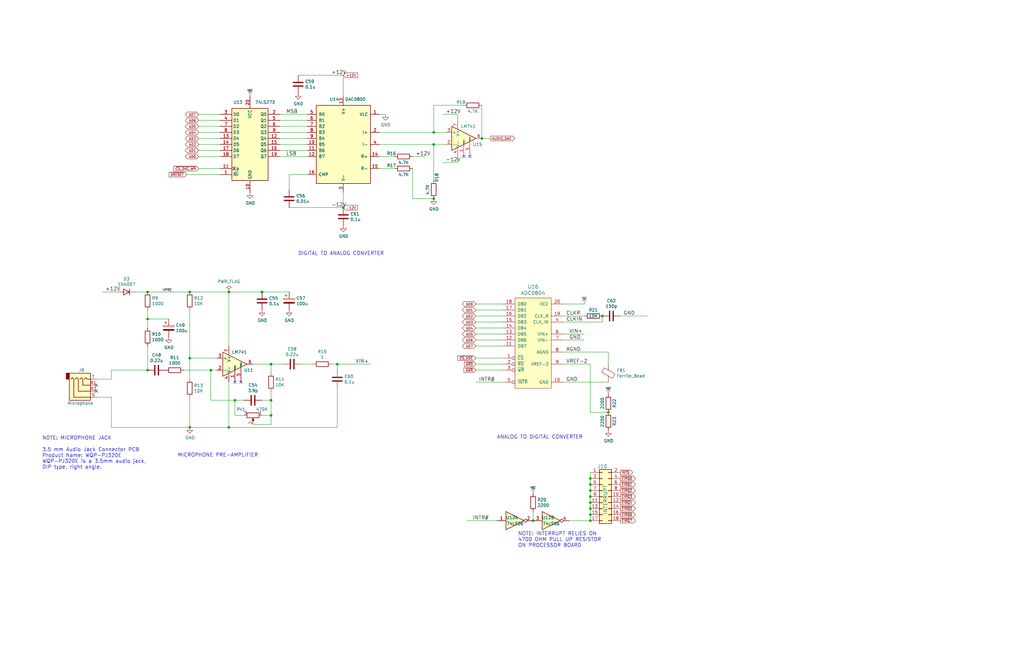
<source format=kicad_sch>
(kicad_sch (version 20211123) (generator eeschema)
  (paper "B")
  (lib_symbols
    (symbol "74xx:74LS06" (pin_names (offset 1.016))
      (property "Reference" "U" (at 0 1.27 0))
      (property "Value" "74LS06" (at 0 -1.27 0))
      (symbol "74LS06_1_0"
        (polyline (pts (xy -3.81 3.81) (xy -3.81 -3.81) (xy 3.81 0) (xy -3.81 3.81)) (stroke (width 0.254)) (fill (type background)))
        (pin input line (at -7.62 0 0) (length 3.81) (name "~") (number "1"))
        (pin open_collector inverted (at 7.62 0 180) (length 3.81) (name "~") (number "2"))
      )
      (symbol "74LS06_2_0"
        (polyline (pts (xy -3.81 3.81) (xy -3.81 -3.81) (xy 3.81 0) (xy -3.81 3.81)) (stroke (width 0.254)) (fill (type background)))
        (pin input line (at -7.62 0 0) (length 3.81) (name "~") (number "3"))
        (pin open_collector inverted (at 7.62 0 180) (length 3.81) (name "~") (number "4"))
      )
      (symbol "74LS06_3_0"
        (polyline (pts (xy -3.81 3.81) (xy -3.81 -3.81) (xy 3.81 0) (xy -3.81 3.81)) (stroke (width 0.254)) (fill (type background)))
        (pin input line (at -7.62 0 0) (length 3.81) (name "~") (number "5"))
        (pin open_collector inverted (at 7.62 0 180) (length 3.81) (name "~") (number "6"))
      )
      (symbol "74LS06_4_0"
        (polyline (pts (xy -3.81 3.81) (xy -3.81 -3.81) (xy 3.81 0) (xy -3.81 3.81)) (stroke (width 0.254)) (fill (type background)))
        (pin open_collector inverted (at 7.62 0 180) (length 3.81) (name "~") (number "8"))
        (pin input line (at -7.62 0 0) (length 3.81) (name "~") (number "9"))
      )
      (symbol "74LS06_5_0"
        (polyline (pts (xy -3.81 3.81) (xy -3.81 -3.81) (xy 3.81 0) (xy -3.81 3.81)) (stroke (width 0.254)) (fill (type background)))
        (pin open_collector inverted (at 7.62 0 180) (length 3.81) (name "~") (number "10"))
        (pin input line (at -7.62 0 0) (length 3.81) (name "~") (number "11"))
      )
      (symbol "74LS06_6_0"
        (polyline (pts (xy -3.81 3.81) (xy -3.81 -3.81) (xy 3.81 0) (xy -3.81 3.81)) (stroke (width 0.254)) (fill (type background)))
        (pin open_collector inverted (at 7.62 0 180) (length 3.81) (name "~") (number "12"))
        (pin input line (at -7.62 0 0) (length 3.81) (name "~") (number "13"))
      )
      (symbol "74LS06_7_0"
        (pin power_in line (at 0 12.7 270) (length 5.08) (name "VCC") (number "14"))
        (pin power_in line (at 0 -12.7 90) (length 5.08) (name "GND") (number "7"))
      )
      (symbol "74LS06_7_1"
        (rectangle (start -5.08 7.62) (end 5.08 -7.62) (stroke (width 0.254)) (fill (type background)))
      )
    )
    (symbol "74xx:74LS273"
      (property "Reference" "U" (at -7.62 16.51 0))
      (property "Value" "74LS273" (at -7.62 -16.51 0))
      (symbol "74LS273_1_0"
        (pin input line (at -12.7 -12.7 0) (length 5.08) (name "~{Mr}") (number "1"))
        (pin power_in line (at 0 -20.32 90) (length 5.08) (name "GND") (number "10"))
        (pin input clock (at -12.7 -10.16 0) (length 5.08) (name "Cp") (number "11"))
        (pin output line (at 12.7 2.54 180) (length 5.08) (name "Q4") (number "12"))
        (pin input line (at -12.7 2.54 0) (length 5.08) (name "D4") (number "13"))
        (pin input line (at -12.7 0 0) (length 5.08) (name "D5") (number "14"))
        (pin output line (at 12.7 0 180) (length 5.08) (name "Q5") (number "15"))
        (pin output line (at 12.7 -2.54 180) (length 5.08) (name "Q6") (number "16"))
        (pin input line (at -12.7 -2.54 0) (length 5.08) (name "D6") (number "17"))
        (pin input line (at -12.7 -5.08 0) (length 5.08) (name "D7") (number "18"))
        (pin output line (at 12.7 -5.08 180) (length 5.08) (name "Q7") (number "19"))
        (pin output line (at 12.7 12.7 180) (length 5.08) (name "Q0") (number "2"))
        (pin power_in line (at 0 20.32 270) (length 5.08) (name "VCC") (number "20"))
        (pin input line (at -12.7 12.7 0) (length 5.08) (name "D0") (number "3"))
        (pin input line (at -12.7 10.16 0) (length 5.08) (name "D1") (number "4"))
        (pin output line (at 12.7 10.16 180) (length 5.08) (name "Q1") (number "5"))
        (pin output line (at 12.7 7.62 180) (length 5.08) (name "Q2") (number "6"))
        (pin input line (at -12.7 7.62 0) (length 5.08) (name "D2") (number "7"))
        (pin input line (at -12.7 5.08 0) (length 5.08) (name "D3") (number "8"))
        (pin output line (at 12.7 5.08 180) (length 5.08) (name "Q3") (number "9"))
      )
      (symbol "74LS273_1_1"
        (rectangle (start -7.62 15.24) (end 7.62 -15.24) (stroke (width 0.254)) (fill (type background)))
      )
    )
    (symbol "ADC0804:ADC0804" (pin_names (offset 1.016))
      (property "Reference" "U" (at 0 21.59 0))
      (property "Value" "ADC0804" (at 0 19.05 0))
      (symbol "ADC0804_0_1"
        (rectangle (start -7.62 17.78) (end 7.62 -20.32) (fill (type background)))
      )
      (symbol "ADC0804_1_1"
        (pin input inverted (at -12.7 -7.62 0) (length 5.08) (name "~{CS}") (number "1"))
        (pin power_in line (at 12.7 -17.78 180) (length 5.08) (name "GND") (number "10"))
        (pin bidirectional line (at -12.7 -2.54 0) (length 5.08) (name "DB7") (number "11"))
        (pin bidirectional line (at -12.7 0 0) (length 5.08) (name "DB6") (number "12"))
        (pin bidirectional line (at -12.7 2.54 0) (length 5.08) (name "DB5") (number "13"))
        (pin bidirectional line (at -12.7 5.08 0) (length 5.08) (name "DB4") (number "14"))
        (pin bidirectional line (at -12.7 7.62 0) (length 5.08) (name "DB3") (number "15"))
        (pin bidirectional line (at -12.7 10.16 0) (length 5.08) (name "DB2") (number "16"))
        (pin bidirectional line (at -12.7 12.7 0) (length 5.08) (name "DB1") (number "17"))
        (pin bidirectional line (at -12.7 15.24 0) (length 5.08) (name "DB0") (number "18"))
        (pin input line (at 12.7 10.16 180) (length 5.08) (name "CLK_R") (number "19"))
        (pin input inverted (at -12.7 -10.16 0) (length 5.08) (name "~{RD}") (number "2"))
        (pin power_in line (at 12.7 15.24 180) (length 5.08) (name "VCC") (number "20"))
        (pin input inverted (at -12.7 -12.7 0) (length 5.08) (name "~{WR}") (number "3"))
        (pin input line (at 12.7 7.62 180) (length 5.08) (name "CLK_IN") (number "4"))
        (pin output inverted (at -12.7 -17.78 0) (length 5.08) (name "~{INTR}") (number "5"))
        (pin input line (at 12.7 2.54 180) (length 5.08) (name "VIN+") (number "6"))
        (pin input line (at 12.7 0 180) (length 5.08) (name "VIN-") (number "7"))
        (pin input line (at 12.7 -5.08 180) (length 5.08) (name "AGND") (number "8"))
        (pin input line (at 12.7 -10.16 180) (length 5.08) (name "VREF-2") (number "9"))
      )
    )
    (symbol "Amplifier_Operational:LM741" (pin_names (offset 0.127))
      (property "Reference" "U" (at 0 6.35 0))
      (property "Value" "LM741" (at 0 3.81 0))
      (symbol "LM741_0_1"
        (polyline (pts (xy -5.08 5.08) (xy 5.08 0) (xy -5.08 -5.08) (xy -5.08 5.08)) (stroke (width 0.254)) (fill (type background)))
      )
      (symbol "LM741_1_1"
        (pin input line (at 0 -7.62 90) (length 5.08) (name "NULL") (number "1"))
        (pin input line (at -7.62 -2.54 0) (length 2.54) (name "-") (number "2"))
        (pin input line (at -7.62 2.54 0) (length 2.54) (name "+") (number "3"))
        (pin power_in line (at -2.54 -7.62 90) (length 3.81) (name "V-") (number "4"))
        (pin input line (at 2.54 -7.62 90) (length 6.35) (name "NULL") (number "5"))
        (pin output line (at 7.62 0 180) (length 2.54) (name "~") (number "6"))
        (pin power_in line (at -2.54 7.62 270) (length 3.81) (name "V+") (number "7"))
        (pin no_connect line (at 0 2.54 270) (length 2.54) hide (name "NC") (number "8"))
      )
    )
    (symbol "Analog_DAC:DAC08" (pin_names (offset 1.016))
      (property "Reference" "U" (at -11.43 17.78 0))
      (property "Value" "DAC08" (at 5.08 17.78 0))
      (symbol "DAC08_0_1"
        (rectangle (start -11.43 -16.51) (end 11.43 16.51) (stroke (width 0.254)) (fill (type background)))
      )
      (symbol "DAC08_1_1"
        (pin input line (at 15.24 12.7 180) (length 3.81) (name "VLC") (number "1"))
        (pin input line (at -15.24 0 0) (length 3.81) (name "B5") (number "10"))
        (pin input line (at -15.24 -2.54 0) (length 3.81) (name "B6") (number "11"))
        (pin input line (at -15.24 -5.08 0) (length 3.81) (name "B7") (number "12"))
        (pin power_in line (at 0 20.32 270) (length 3.81) (name "V+") (number "13"))
        (pin input line (at 15.24 -5.08 180) (length 3.81) (name "R+") (number "14"))
        (pin input line (at 15.24 -10.16 180) (length 3.81) (name "R-") (number "15"))
        (pin input line (at -15.24 -12.7 0) (length 3.81) (name "CMP") (number "16"))
        (pin output line (at 15.24 5.08 180) (length 3.81) (name "I+") (number "2"))
        (pin power_in line (at 0 -20.32 90) (length 3.81) (name "V-") (number "3"))
        (pin output line (at 15.24 0 180) (length 3.81) (name "I-") (number "4"))
        (pin input line (at -15.24 12.7 0) (length 3.81) (name "B0") (number "5"))
        (pin input line (at -15.24 10.16 0) (length 3.81) (name "B1") (number "6"))
        (pin input line (at -15.24 7.62 0) (length 3.81) (name "B2") (number "7"))
        (pin input line (at -15.24 5.08 0) (length 3.81) (name "B3") (number "8"))
        (pin input line (at -15.24 2.54 0) (length 3.81) (name "B4") (number "9"))
      )
    )
    (symbol "Connector:AudioJack4"
      (property "Reference" "J" (at 0 8.89 0))
      (property "Value" "AudioJack4" (at 0 6.35 0))
      (symbol "AudioJack4_0_1"
        (rectangle (start -6.35 -5.08) (end -7.62 -7.62) (stroke (width 0.254)) (fill (type outline)))
        (polyline (pts (xy 0 -5.08) (xy 0.635 -5.715) (xy 1.27 -5.08) (xy 2.54 -5.08)) (stroke (width 0.254)))
        (polyline (pts (xy -5.715 -5.08) (xy -5.08 -5.715) (xy -4.445 -5.08) (xy -4.445 2.54) (xy 2.54 2.54)) (stroke (width 0.254)))
        (polyline (pts (xy -1.905 -5.08) (xy -1.27 -5.715) (xy -0.635 -5.08) (xy -0.635 -2.54) (xy 2.54 -2.54)) (stroke (width 0.254)))
        (polyline (pts (xy 2.54 0) (xy -2.54 0) (xy -2.54 -5.08) (xy -3.175 -5.715) (xy -3.81 -5.08)) (stroke (width 0.254)))
        (rectangle (start 2.54 3.81) (end -6.35 -7.62) (stroke (width 0.254)) (fill (type background)))
      )
      (symbol "AudioJack4_1_1"
        (pin passive line (at 5.08 -2.54 180) (length 2.54) (name "~") (number "R1"))
        (pin passive line (at 5.08 0 180) (length 2.54) (name "~") (number "R2"))
        (pin passive line (at 5.08 2.54 180) (length 2.54) (name "~") (number "S"))
        (pin passive line (at 5.08 -5.08 180) (length 2.54) (name "~") (number "T"))
      )
    )
    (symbol "Connector_Generic:Conn_02x09_Odd_Even" (pin_names (offset 1.016) hide)
      (property "Reference" "J" (at 1.27 12.7 0))
      (property "Value" "Conn_02x09_Odd_Even" (at 1.27 -12.7 0))
      (symbol "Conn_02x09_Odd_Even_1_1"
        (rectangle (start -1.27 -10.033) (end 0 -10.287) (stroke (width 0.1524)))
        (rectangle (start -1.27 -7.493) (end 0 -7.747) (stroke (width 0.1524)))
        (rectangle (start -1.27 -4.953) (end 0 -5.207) (stroke (width 0.1524)))
        (rectangle (start -1.27 -2.413) (end 0 -2.667) (stroke (width 0.1524)))
        (rectangle (start -1.27 0.127) (end 0 -0.127) (stroke (width 0.1524)))
        (rectangle (start -1.27 2.667) (end 0 2.413) (stroke (width 0.1524)))
        (rectangle (start -1.27 5.207) (end 0 4.953) (stroke (width 0.1524)))
        (rectangle (start -1.27 7.747) (end 0 7.493) (stroke (width 0.1524)))
        (rectangle (start -1.27 10.287) (end 0 10.033) (stroke (width 0.1524)))
        (rectangle (start -1.27 11.43) (end 3.81 -11.43) (stroke (width 0.254)) (fill (type background)))
        (rectangle (start 3.81 -10.033) (end 2.54 -10.287) (stroke (width 0.1524)))
        (rectangle (start 3.81 -7.493) (end 2.54 -7.747) (stroke (width 0.1524)))
        (rectangle (start 3.81 -4.953) (end 2.54 -5.207) (stroke (width 0.1524)))
        (rectangle (start 3.81 -2.413) (end 2.54 -2.667) (stroke (width 0.1524)))
        (rectangle (start 3.81 0.127) (end 2.54 -0.127) (stroke (width 0.1524)))
        (rectangle (start 3.81 2.667) (end 2.54 2.413) (stroke (width 0.1524)))
        (rectangle (start 3.81 5.207) (end 2.54 4.953) (stroke (width 0.1524)))
        (rectangle (start 3.81 7.747) (end 2.54 7.493) (stroke (width 0.1524)))
        (rectangle (start 3.81 10.287) (end 2.54 10.033) (stroke (width 0.1524)))
        (pin passive line (at -5.08 10.16 0) (length 3.81) (name "Pin_1") (number "1"))
        (pin passive line (at 7.62 0 180) (length 3.81) (name "Pin_10") (number "10"))
        (pin passive line (at -5.08 -2.54 0) (length 3.81) (name "Pin_11") (number "11"))
        (pin passive line (at 7.62 -2.54 180) (length 3.81) (name "Pin_12") (number "12"))
        (pin passive line (at -5.08 -5.08 0) (length 3.81) (name "Pin_13") (number "13"))
        (pin passive line (at 7.62 -5.08 180) (length 3.81) (name "Pin_14") (number "14"))
        (pin passive line (at -5.08 -7.62 0) (length 3.81) (name "Pin_15") (number "15"))
        (pin passive line (at 7.62 -7.62 180) (length 3.81) (name "Pin_16") (number "16"))
        (pin passive line (at -5.08 -10.16 0) (length 3.81) (name "Pin_17") (number "17"))
        (pin passive line (at 7.62 -10.16 180) (length 3.81) (name "Pin_18") (number "18"))
        (pin passive line (at 7.62 10.16 180) (length 3.81) (name "Pin_2") (number "2"))
        (pin passive line (at -5.08 7.62 0) (length 3.81) (name "Pin_3") (number "3"))
        (pin passive line (at 7.62 7.62 180) (length 3.81) (name "Pin_4") (number "4"))
        (pin passive line (at -5.08 5.08 0) (length 3.81) (name "Pin_5") (number "5"))
        (pin passive line (at 7.62 5.08 180) (length 3.81) (name "Pin_6") (number "6"))
        (pin passive line (at -5.08 2.54 0) (length 3.81) (name "Pin_7") (number "7"))
        (pin passive line (at 7.62 2.54 180) (length 3.81) (name "Pin_8") (number "8"))
        (pin passive line (at -5.08 0 0) (length 3.81) (name "Pin_9") (number "9"))
      )
    )
    (symbol "Device:C" (pin_numbers hide) (pin_names (offset 0.254))
      (property "Reference" "C" (at 0.635 2.54 0))
      (property "Value" "C" (at 0.635 -2.54 0))
      (symbol "C_0_1"
        (polyline (pts (xy -2.032 -0.762) (xy 2.032 -0.762)) (stroke (width 0.508)))
        (polyline (pts (xy -2.032 0.762) (xy 2.032 0.762)) (stroke (width 0.508)))
      )
      (symbol "C_1_1"
        (pin passive line (at 0 3.81 270) (length 2.794) (name "~") (number "1"))
        (pin passive line (at 0 -3.81 90) (length 2.794) (name "~") (number "2"))
      )
    )
    (symbol "Device:C_Polarized" (pin_numbers hide) (pin_names (offset 0.254))
      (property "Reference" "C" (at 0.635 2.54 0))
      (property "Value" "C_Polarized" (at 0.635 -2.54 0))
      (symbol "C_Polarized_0_1"
        (rectangle (start -2.286 0.508) (end 2.286 1.016))
        (polyline (pts (xy -1.778 2.286) (xy -0.762 2.286)))
        (polyline (pts (xy -1.27 2.794) (xy -1.27 1.778)))
        (rectangle (start 2.286 -0.508) (end -2.286 -1.016) (fill (type outline)))
      )
      (symbol "C_Polarized_1_1"
        (pin passive line (at 0 3.81 270) (length 2.794) (name "~") (number "1"))
        (pin passive line (at 0 -3.81 90) (length 2.794) (name "~") (number "2"))
      )
    )
    (symbol "Device:FerriteBead" (pin_numbers hide) (pin_names (offset 0))
      (property "Reference" "FB" (at -3.81 0.635 90))
      (property "Value" "FerriteBead" (at 3.81 0 90))
      (symbol "FerriteBead_0_1"
        (polyline (pts (xy 0 -1.27) (xy 0 -1.2192)))
        (polyline (pts (xy 0 1.27) (xy 0 1.2954)))
        (polyline (pts (xy -2.7686 0.4064) (xy -1.7018 2.2606) (xy 2.7686 -0.3048) (xy 1.6764 -2.159) (xy -2.7686 0.4064)))
      )
      (symbol "FerriteBead_1_1"
        (pin passive line (at 0 3.81 270) (length 2.54) (name "~") (number "1"))
        (pin passive line (at 0 -3.81 90) (length 2.54) (name "~") (number "2"))
      )
    )
    (symbol "Device:R" (pin_numbers hide) (pin_names (offset 0))
      (property "Reference" "R" (at 2.032 0 90))
      (property "Value" "R" (at 0 0 90))
      (symbol "R_0_1"
        (rectangle (start -1.016 -2.54) (end 1.016 2.54) (stroke (width 0.254)))
      )
      (symbol "R_1_1"
        (pin passive line (at 0 3.81 270) (length 1.27) (name "~") (number "1"))
        (pin passive line (at 0 -3.81 90) (length 1.27) (name "~") (number "2"))
      )
    )
    (symbol "Device:R_Potentiometer" (pin_names (offset 1.016) hide)
      (property "Reference" "RV" (at -4.445 0 90))
      (property "Value" "R_Potentiometer" (at -2.54 0 90))
      (symbol "R_Potentiometer_0_1"
        (polyline (pts (xy 2.54 0) (xy 1.524 0)))
        (polyline (pts (xy 1.143 0) (xy 2.286 0.508) (xy 2.286 -0.508) (xy 1.143 0)) (fill (type outline)))
        (rectangle (start 1.016 2.54) (end -1.016 -2.54) (stroke (width 0.254)))
      )
      (symbol "R_Potentiometer_1_1"
        (pin passive line (at 0 3.81 270) (length 1.27) (name "1") (number "1"))
        (pin passive line (at 3.81 0 180) (length 1.27) (name "2") (number "2"))
        (pin passive line (at 0 -3.81 90) (length 1.27) (name "3") (number "3"))
      )
    )
    (symbol "Diode:1N4007" (pin_numbers hide) (pin_names hide)
      (property "Reference" "D" (at 0 2.54 0))
      (property "Value" "1N4007" (at 0 -2.54 0))
      (symbol "1N4007_0_1"
        (polyline (pts (xy -1.27 1.27) (xy -1.27 -1.27)) (stroke (width 0.254)))
        (polyline (pts (xy 1.27 0) (xy -1.27 0)))
        (polyline (pts (xy 1.27 1.27) (xy 1.27 -1.27) (xy -1.27 0) (xy 1.27 1.27)) (stroke (width 0.254)))
      )
      (symbol "1N4007_1_1"
        (pin passive line (at -3.81 0 0) (length 2.54) (name "K") (number "1"))
        (pin passive line (at 3.81 0 180) (length 2.54) (name "A") (number "2"))
      )
    )
    (symbol "power:GND" (power) (pin_names (offset 0))
      (property "Value" "GND" (at 0 -3.81 0))
      (symbol "GND_0_1"
        (polyline (pts (xy 0 0) (xy 0 -1.27) (xy 1.27 -1.27) (xy 0 -2.54) (xy -1.27 -1.27) (xy 0 -1.27)))
      )
      (symbol "GND_1_1"
        (pin power_in line (at 0 0 270) (length 0) hide (name "GND") (number "1"))
      )
    )
    (symbol "power:PWR_FLAG" (power) (pin_numbers hide) (pin_names (offset 0) hide)
      (property "Value" "PWR_FLAG" (at 0 3.81 0))
      (symbol "PWR_FLAG_0_0"
        (pin power_out line (at 0 0 90) (length 0) (name "pwr") (number "1"))
      )
      (symbol "PWR_FLAG_0_1"
        (polyline (pts (xy 0 0) (xy 0 1.27) (xy -1.016 1.905) (xy 0 2.54) (xy 1.016 1.905) (xy 0 1.27)))
      )
    )
    (symbol "power:VCC" (power) (pin_names (offset 0))
      (property "Value" "VCC" (at 0 3.81 0))
      (symbol "VCC_0_1"
        (polyline (pts (xy -0.762 1.27) (xy 0 2.54)))
        (polyline (pts (xy 0 0) (xy 0 2.54)))
        (polyline (pts (xy 0 2.54) (xy 0.762 1.27)))
      )
      (symbol "VCC_1_1"
        (pin power_in line (at 0 0 90) (length 0) hide (name "VCC") (number "1"))
      )
    )
  )
  (junction (at 182.88 55.88))
  (junction (at 248.92 214.63))
  (junction (at 114.3 168.91))
  (junction (at 114.3 153.67))
  (junction (at 62.23 134.62))
  (junction (at 99.06 168.91))
  (junction (at 248.92 201.93))
  (junction (at 248.92 217.17))
  (junction (at 96.52 123.19))
  (junction (at 224.79 219.71))
  (junction (at 256.54 173.99))
  (junction (at 88.9 156.21))
  (junction (at 248.92 207.01))
  (junction (at 248.92 204.47))
  (junction (at 80.01 151.13))
  (junction (at 248.92 219.71))
  (junction (at 248.92 209.55))
  (junction (at 142.24 153.67))
  (junction (at 254 133.35))
  (junction (at 248.92 212.09))
  (junction (at 62.23 123.19))
  (junction (at 114.3 175.26))
  (junction (at 62.23 156.21))
  (junction (at 110.49 123.19))
  (junction (at 80.01 180.34))
  (junction (at 96.52 180.34))
  (junction (at 182.88 83.82))
  (junction (at 80.01 123.19))
  (junction (at 144.78 87.63))
  (junction (at 182.88 60.96))
  (junction (at 203.2 58.42))
  (no_connect (at 195.58 66.04))
  (no_connect (at 101.6 161.29))
  (no_connect (at 40.64 165.1))
  (no_connect (at 99.06 161.29))
  (no_connect (at 198.12 66.04))
  (no_connect (at 40.64 162.56))
  (wire (pts (xy 248.92 153.67) (xy 248.92 173.99)))
  (wire (pts (xy 173.99 66.04) (xy 179.07 66.04)))
  (wire (pts (xy 248.92 201.93) (xy 248.92 199.39)))
  (wire (pts (xy 99.06 168.91) (xy 88.9 168.91)))
  (wire (pts (xy 212.09 130.81) (xy 200.66 130.81)))
  (wire (pts (xy 57.15 123.19) (xy 62.23 123.19)))
  (wire (pts (xy 248.92 153.67) (xy 237.49 153.67)))
  (wire (pts (xy 80.01 151.13) (xy 91.44 151.13)))
  (wire (pts (xy 237.49 128.27) (xy 246.38 128.27)))
  (wire (pts (xy 200.66 151.13) (xy 212.09 151.13)))
  (wire (pts (xy 142.24 163.83) (xy 142.24 180.34)))
  (wire (pts (xy 196.85 219.71) (xy 209.55 219.71)))
  (wire (pts (xy 92.71 60.96) (xy 83.82 60.96)))
  (wire (pts (xy 92.71 50.8) (xy 83.82 50.8)))
  (wire (pts (xy 40.64 160.02) (xy 46.99 160.02)))
  (wire (pts (xy 212.09 133.35) (xy 200.66 133.35)))
  (wire (pts (xy 92.71 55.88) (xy 83.82 55.88)))
  (wire (pts (xy 237.49 161.29) (xy 256.54 161.29)))
  (wire (pts (xy 102.87 168.91) (xy 99.06 168.91)))
  (wire (pts (xy 88.9 156.21) (xy 77.47 156.21)))
  (wire (pts (xy 114.3 153.67) (xy 114.3 157.48)))
  (wire (pts (xy 182.88 44.45) (xy 182.88 55.88)))
  (wire (pts (xy 248.92 214.63) (xy 248.92 212.09)))
  (wire (pts (xy 160.02 60.96) (xy 182.88 60.96)))
  (wire (pts (xy 248.92 207.01) (xy 248.92 204.47)))
  (wire (pts (xy 173.99 83.82) (xy 182.88 83.82)))
  (wire (pts (xy 160.02 55.88) (xy 182.88 55.88)))
  (wire (pts (xy 142.24 153.67) (xy 142.24 156.21)))
  (wire (pts (xy 182.88 55.88) (xy 187.96 55.88)))
  (wire (pts (xy 46.99 156.21) (xy 46.99 160.02)))
  (wire (pts (xy 212.09 146.05) (xy 200.66 146.05)))
  (wire (pts (xy 118.11 50.8) (xy 129.54 50.8)))
  (wire (pts (xy 248.92 209.55) (xy 248.92 207.01)))
  (wire (pts (xy 200.66 153.67) (xy 212.09 153.67)))
  (wire (pts (xy 193.04 48.26) (xy 193.04 50.8)))
  (wire (pts (xy 78.74 73.66) (xy 92.71 73.66)))
  (wire (pts (xy 96.52 146.05) (xy 96.52 123.19)))
  (wire (pts (xy 62.23 146.05) (xy 62.23 156.21)))
  (wire (pts (xy 92.71 48.26) (xy 83.82 48.26)))
  (wire (pts (xy 46.99 167.64) (xy 46.99 180.34)))
  (wire (pts (xy 110.49 123.19) (xy 121.92 123.19)))
  (wire (pts (xy 182.88 60.96) (xy 182.88 76.2)))
  (wire (pts (xy 121.92 87.63) (xy 144.78 87.63)))
  (wire (pts (xy 200.66 156.21) (xy 212.09 156.21)))
  (wire (pts (xy 80.01 123.19) (xy 96.52 123.19)))
  (wire (pts (xy 256.54 153.67) (xy 256.54 148.59)))
  (wire (pts (xy 237.49 140.97) (xy 246.38 140.97)))
  (wire (pts (xy 248.92 217.17) (xy 248.92 214.63)))
  (wire (pts (xy 91.44 156.21) (xy 88.9 156.21)))
  (wire (pts (xy 43.18 123.19) (xy 49.53 123.19)))
  (wire (pts (xy 142.24 153.67) (xy 156.21 153.67)))
  (wire (pts (xy 212.09 128.27) (xy 200.66 128.27)))
  (wire (pts (xy 182.88 60.96) (xy 187.96 60.96)))
  (wire (pts (xy 46.99 156.21) (xy 62.23 156.21)))
  (wire (pts (xy 237.49 133.35) (xy 246.38 133.35)))
  (wire (pts (xy 212.09 135.89) (xy 200.66 135.89)))
  (wire (pts (xy 99.06 175.26) (xy 102.87 175.26)))
  (wire (pts (xy 62.23 123.19) (xy 80.01 123.19)))
  (wire (pts (xy 212.09 138.43) (xy 200.66 138.43)))
  (wire (pts (xy 118.11 53.34) (xy 129.54 53.34)))
  (wire (pts (xy 96.52 123.19) (xy 110.49 123.19)))
  (wire (pts (xy 212.09 140.97) (xy 200.66 140.97)))
  (wire (pts (xy 203.2 58.42) (xy 203.2 44.45)))
  (wire (pts (xy 248.92 219.71) (xy 248.92 217.17)))
  (wire (pts (xy 118.11 60.96) (xy 129.54 60.96)))
  (wire (pts (xy 114.3 179.07) (xy 114.3 175.26)))
  (wire (pts (xy 106.68 179.07) (xy 114.3 179.07)))
  (wire (pts (xy 248.92 173.99) (xy 256.54 173.99)))
  (wire (pts (xy 160.02 71.12) (xy 166.37 71.12)))
  (wire (pts (xy 114.3 175.26) (xy 114.3 168.91)))
  (wire (pts (xy 121.92 73.66) (xy 129.54 73.66)))
  (wire (pts (xy 160.02 48.26) (xy 162.56 48.26)))
  (wire (pts (xy 99.06 168.91) (xy 99.06 175.26)))
  (wire (pts (xy 71.12 134.62) (xy 62.23 134.62)))
  (wire (pts (xy 248.92 204.47) (xy 248.92 201.93)))
  (wire (pts (xy 182.88 44.45) (xy 195.58 44.45)))
  (wire (pts (xy 127 153.67) (xy 132.08 153.67)))
  (wire (pts (xy 256.54 148.59) (xy 237.49 148.59)))
  (wire (pts (xy 139.7 153.67) (xy 142.24 153.67)))
  (wire (pts (xy 186.69 48.26) (xy 193.04 48.26)))
  (wire (pts (xy 200.66 161.29) (xy 212.09 161.29)))
  (wire (pts (xy 114.3 153.67) (xy 119.38 153.67)))
  (wire (pts (xy 118.11 63.5) (xy 129.54 63.5)))
  (wire (pts (xy 80.01 167.64) (xy 80.01 180.34)))
  (wire (pts (xy 92.71 53.34) (xy 83.82 53.34)))
  (wire (pts (xy 160.02 66.04) (xy 166.37 66.04)))
  (wire (pts (xy 173.99 71.12) (xy 173.99 83.82)))
  (wire (pts (xy 92.71 66.04) (xy 83.82 66.04)))
  (wire (pts (xy 254 135.89) (xy 254 133.35)))
  (wire (pts (xy 121.92 80.01) (xy 121.92 73.66)))
  (wire (pts (xy 96.52 161.29) (xy 96.52 180.34)))
  (wire (pts (xy 193.04 66.04) (xy 193.04 68.58)))
  (wire (pts (xy 40.64 167.64) (xy 46.99 167.64)))
  (wire (pts (xy 186.69 68.58) (xy 193.04 68.58)))
  (wire (pts (xy 106.68 153.67) (xy 114.3 153.67)))
  (wire (pts (xy 118.11 58.42) (xy 129.54 58.42)))
  (wire (pts (xy 88.9 168.91) (xy 88.9 156.21)))
  (wire (pts (xy 114.3 168.91) (xy 110.49 168.91)))
  (wire (pts (xy 92.71 63.5) (xy 83.82 63.5)))
  (wire (pts (xy 80.01 180.34) (xy 96.52 180.34)))
  (wire (pts (xy 114.3 165.1) (xy 114.3 168.91)))
  (wire (pts (xy 118.11 55.88) (xy 129.54 55.88)))
  (wire (pts (xy 92.71 58.42) (xy 83.82 58.42)))
  (wire (pts (xy 224.79 215.9) (xy 224.79 219.71)))
  (wire (pts (xy 212.09 143.51) (xy 200.66 143.51)))
  (wire (pts (xy 110.49 175.26) (xy 114.3 175.26)))
  (wire (pts (xy 144.78 31.75) (xy 144.78 40.64)))
  (wire (pts (xy 118.11 66.04) (xy 129.54 66.04)))
  (wire (pts (xy 237.49 135.89) (xy 254 135.89)))
  (wire (pts (xy 240.03 219.71) (xy 248.92 219.71)))
  (wire (pts (xy 203.2 58.42) (xy 207.01 58.42)))
  (wire (pts (xy 92.71 71.12) (xy 83.82 71.12)))
  (wire (pts (xy 62.23 134.62) (xy 62.23 130.81)))
  (wire (pts (xy 125.73 31.75) (xy 144.78 31.75)))
  (wire (pts (xy 80.01 151.13) (xy 80.01 160.02)))
  (wire (pts (xy 248.92 212.09) (xy 248.92 209.55)))
  (wire (pts (xy 261.62 133.35) (xy 273.05 133.35)))
  (wire (pts (xy 46.99 180.34) (xy 80.01 180.34)))
  (wire (pts (xy 80.01 130.81) (xy 80.01 151.13)))
  (wire (pts (xy 142.24 180.34) (xy 96.52 180.34)))
  (wire (pts (xy 118.11 48.26) (xy 129.54 48.26)))
  (wire (pts (xy 62.23 134.62) (xy 62.23 138.43)))
  (wire (pts (xy 144.78 87.63) (xy 144.78 81.28)))
  (wire (pts (xy 237.49 143.51) (xy 246.38 143.51)))
  (text "DIGITAL TO ANALOG CONVERTER" (at 125.73 107.95 0) (effects (font (size 1.524 1.524)) (justify left bottom)))
  (text "NOTE: INTERRUPT RELIES ON\n4700 OHM PULL UP RESISTOR\nON PROCESSOR BOARD" (at 218.44 231.14 0) (effects (font (size 1.524 1.524)) (justify left bottom)))
  (text "ANALOG TO DIGITAL CONVERTER" (at 209.55 185.42 0) (effects (font (size 1.524 1.524)) (justify left bottom)))
  (text "MICROPHONE PRE-AMPLIFIER" (at 74.93 193.04 0) (effects (font (size 1.524 1.524)) (justify left bottom)))
  (text "NOTE: MICROPHONE JACK\n\n3.5 mm Audio Jack Connector PCB \nProduct Name: WQP-PJ320E\nWQP-PJ320E is a 3.5mm audio jack,\nDIP type, right angle." (at 17.78 198.12 0) (effects (font (size 1.524 1.524)) (justify left bottom)))
  (label "MSB" (at 120.65 48.26 0) (effects (font (size 1.524 1.524))))
  (label "VPRE" (at 68.58 123.19 0) (effects (font (size 1.016 1.016))))
  (label "INTR#" (at 199.39 219.71 0) (effects (font (size 1.524 1.524))))
  (label "AGND" (at 238.76 148.59 0) (effects (font (size 1.524 1.524))))
  (label "CLKIN" (at 238.76 135.89 0) (effects (font (size 1.524 1.524))))
  (label "+12V" (at 175.26 66.04 0) (effects (font (size 1.524 1.524))))
  (label "GND" (at 262.89 133.35 0) (effects (font (size 1.524 1.524))))
  (label "+12V" (at 44.45 123.19 0) (effects (font (size 1.524 1.524))))
  (label "+12V" (at 139.7 31.75 0) (effects (font (size 1.524 1.524))))
  (label "INTR#" (at 201.93 161.29 0) (effects (font (size 1.524 1.524))))
  (label "VIN+" (at 149.86 153.67 0) (effects (font (size 1.524 1.524))))
  (label "-12V" (at 187.96 68.58 0) (effects (font (size 1.524 1.524))))
  (label "VIN+" (at 240.03 140.97 0) (effects (font (size 1.524 1.524))))
  (label "CLKR" (at 238.76 133.35 0) (effects (font (size 1.524 1.524))))
  (label "+12V" (at 187.96 48.26 0) (effects (font (size 1.524 1.524))))
  (label "VREF-2" (at 238.76 153.67 0) (effects (font (size 1.524 1.524))))
  (label "-12V" (at 139.7 87.63 0) (effects (font (size 1.524 1.524))))
  (label "GND" (at 238.76 161.29 0) (effects (font (size 1.524 1.524))))
  (label "GND" (at 240.03 143.51 0) (effects (font (size 1.524 1.524))))
  (label "LSB" (at 120.65 66.04 0) (effects (font (size 1.524 1.524))))
  (global_label "~{EIRQ7}" (shape output) (at 261.62 219.71 0) (effects (font (size 1.016 1.016))) (property "Intersheet References" "${INTERSHEET_REFS}" (effects hide)))
  (global_label "bD1" (shape bidirectional) (at 200.66 130.81 180) (effects (font (size 1.016 1.016))) (property "Intersheet References" "${INTERSHEET_REFS}" (effects hide)))
  (global_label "bD4" (shape bidirectional) (at 200.66 138.43 180) (effects (font (size 1.016 1.016))) (property "Intersheet References" "${INTERSHEET_REFS}" (effects hide)))
  (global_label "~{CS_ADC}" (shape input) (at 200.66 151.13 180) (effects (font (size 1.016 1.016))) (property "Intersheet References" "${INTERSHEET_REFS}" (effects hide)))
  (global_label "+12V" (shape input) (at 144.78 31.75 0) (effects (font (size 1.016 1.016))) (property "Intersheet References" "${INTERSHEET_REFS}" (effects hide)))
  (global_label "~{bRESET}" (shape input) (at 78.74 73.66 180) (effects (font (size 1.016 1.016))) (property "Intersheet References" "${INTERSHEET_REFS}" (effects hide)))
  (global_label "~{EIRQ0}" (shape output) (at 261.62 201.93 0) (effects (font (size 1.016 1.016))) (property "Intersheet References" "${INTERSHEET_REFS}" (effects hide)))
  (global_label "bD4" (shape bidirectional) (at 83.82 55.88 180) (effects (font (size 1.016 1.016))) (property "Intersheet References" "${INTERSHEET_REFS}" (effects hide)))
  (global_label "bD2" (shape bidirectional) (at 200.66 133.35 180) (effects (font (size 1.016 1.016))) (property "Intersheet References" "${INTERSHEET_REFS}" (effects hide)))
  (global_label "-12V" (shape input) (at 144.78 87.63 0) (effects (font (size 1.016 1.016))) (property "Intersheet References" "${INTERSHEET_REFS}" (effects hide)))
  (global_label "~{EIRQ3}" (shape output) (at 261.62 209.55 0) (effects (font (size 1.016 1.016))) (property "Intersheet References" "${INTERSHEET_REFS}" (effects hide)))
  (global_label "bD6" (shape bidirectional) (at 83.82 50.8 180) (effects (font (size 1.016 1.016))) (property "Intersheet References" "${INTERSHEET_REFS}" (effects hide)))
  (global_label "~{EIRQ5}" (shape output) (at 261.62 214.63 0) (effects (font (size 1.016 1.016))) (property "Intersheet References" "${INTERSHEET_REFS}" (effects hide)))
  (global_label "~{CS_DAC_WR}" (shape input) (at 83.82 71.12 180) (effects (font (size 1.016 1.016))) (property "Intersheet References" "${INTERSHEET_REFS}" (effects hide)))
  (global_label "~{bWR}" (shape input) (at 200.66 156.21 180) (effects (font (size 1.016 1.016))) (property "Intersheet References" "${INTERSHEET_REFS}" (effects hide)))
  (global_label "bD7" (shape bidirectional) (at 200.66 146.05 180) (effects (font (size 1.016 1.016))) (property "Intersheet References" "${INTERSHEET_REFS}" (effects hide)))
  (global_label "~{EIRQ2}" (shape output) (at 261.62 207.01 0) (effects (font (size 1.016 1.016))) (property "Intersheet References" "${INTERSHEET_REFS}" (effects hide)))
  (global_label "bD5" (shape bidirectional) (at 200.66 140.97 180) (effects (font (size 1.016 1.016))) (property "Intersheet References" "${INTERSHEET_REFS}" (effects hide)))
  (global_label "bD6" (shape bidirectional) (at 200.66 143.51 180) (effects (font (size 1.016 1.016))) (property "Intersheet References" "${INTERSHEET_REFS}" (effects hide)))
  (global_label "bD5" (shape bidirectional) (at 83.82 53.34 180) (effects (font (size 1.016 1.016))) (property "Intersheet References" "${INTERSHEET_REFS}" (effects hide)))
  (global_label "~{bRD}" (shape input) (at 200.66 153.67 180) (effects (font (size 1.016 1.016))) (property "Intersheet References" "${INTERSHEET_REFS}" (effects hide)))
  (global_label "bD0" (shape bidirectional) (at 83.82 66.04 180) (effects (font (size 1.016 1.016))) (property "Intersheet References" "${INTERSHEET_REFS}" (effects hide)))
  (global_label "bD0" (shape bidirectional) (at 200.66 128.27 180) (effects (font (size 1.016 1.016))) (property "Intersheet References" "${INTERSHEET_REFS}" (effects hide)))
  (global_label "bD7" (shape bidirectional) (at 83.82 48.26 180) (effects (font (size 1.016 1.016))) (property "Intersheet References" "${INTERSHEET_REFS}" (effects hide)))
  (global_label "bD3" (shape bidirectional) (at 200.66 135.89 180) (effects (font (size 1.016 1.016))) (property "Intersheet References" "${INTERSHEET_REFS}" (effects hide)))
  (global_label "~{EIRQ4}" (shape output) (at 261.62 212.09 0) (effects (font (size 1.016 1.016))) (property "Intersheet References" "${INTERSHEET_REFS}" (effects hide)))
  (global_label "~{EIRQ6}" (shape output) (at 261.62 217.17 0) (effects (font (size 1.016 1.016))) (property "Intersheet References" "${INTERSHEET_REFS}" (effects hide)))
  (global_label "bD2" (shape bidirectional) (at 83.82 60.96 180) (effects (font (size 1.016 1.016))) (property "Intersheet References" "${INTERSHEET_REFS}" (effects hide)))
  (global_label "bD3" (shape bidirectional) (at 83.82 58.42 180) (effects (font (size 1.016 1.016))) (property "Intersheet References" "${INTERSHEET_REFS}" (effects hide)))
  (global_label "bD1" (shape bidirectional) (at 83.82 63.5 180) (effects (font (size 1.016 1.016))) (property "Intersheet References" "${INTERSHEET_REFS}" (effects hide)))
  (global_label "AUDIO_DAC" (shape output) (at 207.01 58.42 0) (effects (font (size 1.016 1.016))) (property "Intersheet References" "${INTERSHEET_REFS}" (effects hide)))
  (global_label "~{EIRQ1}" (shape output) (at 261.62 204.47 0) (effects (font (size 1.016 1.016))) (property "Intersheet References" "${INTERSHEET_REFS}" (effects hide)))
  (global_label "~{INT0}" (shape output) (at 261.62 199.39 0) (effects (font (size 1.016 1.016))) (property "Intersheet References" "${INTERSHEET_REFS}" (effects hide)))
  (symbol (lib_id "ADC0804:ADC0804") (at 224.79 143.51 0) (unit 1)
    (property "Reference" "U16" (at 224.79 120.9802 0) (effects (font (size 1.524 1.524))))
    (property "Value" "ADC0804" (at 224.79 123.6726 0) (effects (font (size 1.524 1.524))))
    (property "Footprint" "Package_DIP:DIP-20_W7.62mm_Socket" (effects hide))
  )
  (symbol (lib_id "74xx:74LS273") (at 105.41 60.96 0) (unit 1)
    (property "Reference" "U13" (at 100.33 43.18 0))
    (property "Value" "74LS273" (at 111.76 43.18 0))
    (property "Footprint" "Package_DIP:DIP-20_W7.62mm_Socket" (effects hide))
    (property "Datasheet" "http://www.ti.com/lit/gpn/sn74LS273" (effects hide))
  )
  (symbol (lib_id "Device:C") (at 121.92 83.82 0) (unit 1)
    (property "Reference" "C56" (at 124.841 82.6516 0) (effects (justify left)))
    (property "Value" "0.01u" (at 124.841 84.963 0) (effects (justify left)))
    (property "Footprint" "Capacitor_THT:C_Disc_D5.0mm_W2.5mm_P5.00mm" (effects hide))
  )
  (symbol (lib_id "Device:C") (at 144.78 91.44 0) (unit 1)
    (property "Reference" "C61" (at 147.701 90.2716 0) (effects (justify left)))
    (property "Value" "0.1u" (at 147.701 92.583 0) (effects (justify left)))
    (property "Footprint" "Capacitor_THT:C_Disc_D5.0mm_W2.5mm_P5.00mm" (effects hide))
  )
  (symbol (lib_id "power:GND") (at 144.78 95.25 0) (unit 1)
    (property "Reference" "#PWR043" (effects hide))
    (property "Value" "GND" (at 144.907 99.6442 0))
  )
  (symbol (lib_id "Device:C") (at 125.73 35.56 0) (unit 1)
    (property "Reference" "C59" (at 128.651 34.3916 0) (effects (justify left)))
    (property "Value" "0.1u" (at 128.651 36.703 0) (effects (justify left)))
    (property "Footprint" "Capacitor_THT:C_Disc_D5.0mm_W2.5mm_P5.00mm" (effects hide))
  )
  (symbol (lib_id "power:GND") (at 125.73 39.37 0) (unit 1)
    (property "Reference" "#PWR042" (effects hide))
    (property "Value" "GND" (at 125.857 43.7642 0))
  )
  (symbol (lib_id "power:GND") (at 162.56 48.26 0) (unit 1)
    (property "Reference" "#PWR044" (effects hide))
    (property "Value" "GND" (at 162.687 52.6542 0))
  )
  (symbol (lib_id "Device:R") (at 170.18 66.04 90) (unit 1)
    (property "Reference" "R16" (at 165.1 64.77 90))
    (property "Value" "4.7K" (at 170.18 68.58 90))
    (property "Footprint" "Resistor_THT:R_Axial_DIN0207_L6.3mm_D2.5mm_P7.62mm_Horizontal" (effects hide))
  )
  (symbol (lib_id "Device:R") (at 170.18 71.12 90) (unit 1)
    (property "Reference" "R17" (at 165.1 69.85 90))
    (property "Value" "4.7K" (at 170.18 73.66 90))
    (property "Footprint" "Resistor_THT:R_Axial_DIN0207_L6.3mm_D2.5mm_P7.62mm_Horizontal" (effects hide))
  )
  (symbol (lib_id "Amplifier_Operational:LM741") (at 195.58 58.42 0) (unit 1)
    (property "Reference" "U15" (at 199.39 60.96 0) (effects (justify left)))
    (property "Value" "LM741" (at 194.31 53.34 0) (effects (justify left)))
    (property "Footprint" "Package_DIP:DIP-8_W7.62mm_Socket" (effects hide))
    (property "Datasheet" "http://www.ti.com/lit/ds/symlink/lm741.pdf" (effects hide))
  )
  (symbol (lib_id "Device:R") (at 199.39 44.45 90) (unit 1)
    (property "Reference" "R19" (at 194.31 43.18 90))
    (property "Value" "4.7K" (at 199.39 46.99 90))
    (property "Footprint" "Resistor_THT:R_Axial_DIN0207_L6.3mm_D2.5mm_P7.62mm_Horizontal" (effects hide))
  )
  (symbol (lib_id "Device:R") (at 182.88 80.01 0) (unit 1)
    (property "Reference" "R18" (at 184.15 74.93 90))
    (property "Value" "4.7K" (at 180.34 80.01 90))
    (property "Footprint" "Resistor_THT:R_Axial_DIN0207_L6.3mm_D2.5mm_P7.62mm_Horizontal" (effects hide))
  )
  (symbol (lib_id "power:GND") (at 182.88 83.82 0) (unit 1)
    (property "Reference" "#PWR045" (effects hide))
    (property "Value" "GND" (at 183.007 88.2142 0))
  )
  (symbol (lib_id "power:GND") (at 105.41 81.28 0) (unit 1)
    (property "Reference" "#PWR039" (effects hide))
    (property "Value" "GND" (at 105.537 85.6742 0))
  )
  (symbol (lib_id "power:VCC") (at 105.41 40.64 0) (unit 1)
    (property "Reference" "#PWR038" (effects hide))
    (property "Value" "VCC" (at 105.41 38.1 0) (effects (font (size 0.762 0.762))))
  )
  (symbol (lib_id "power:VCC") (at 246.38 128.27 0) (unit 1)
    (property "Reference" "#PWR047" (effects hide))
    (property "Value" "VCC" (at 246.38 125.73 0) (effects (font (size 0.762 0.762))))
  )
  (symbol (lib_id "Device:FerriteBead") (at 256.54 157.48 0) (unit 1)
    (property "Reference" "FB1" (at 260.0198 156.3116 0) (effects (justify left)))
    (property "Value" "Ferrite_Bead" (at 260.0198 158.623 0) (effects (justify left)))
    (property "Footprint" "Ferrite_THT:LairdTech_28C0236-0JW-10" (effects hide))
  )
  (symbol (lib_id "Device:R") (at 250.19 133.35 270) (unit 1)
    (property "Reference" "R21" (at 250.19 130.81 90))
    (property "Value" "10K" (at 250.19 133.35 90))
    (property "Footprint" "Resistor_THT:R_Axial_DIN0207_L6.3mm_D2.5mm_P7.62mm_Horizontal" (effects hide))
  )
  (symbol (lib_id "Device:C") (at 257.81 133.35 270) (unit 1)
    (property "Reference" "C62" (at 257.81 126.9492 90))
    (property "Value" "150p" (at 257.81 129.2606 90))
    (property "Footprint" "Capacitor_THT:C_Disc_D5.0mm_W2.5mm_P5.00mm" (effects hide))
  )
  (symbol (lib_id "Device:R") (at 256.54 170.18 0) (unit 1)
    (property "Reference" "R22" (at 259.08 170.18 90))
    (property "Value" "2200" (at 254 170.18 90))
    (property "Footprint" "Resistor_THT:R_Axial_DIN0207_L6.3mm_D2.5mm_P7.62mm_Horizontal" (effects hide))
  )
  (symbol (lib_id "Device:R") (at 256.54 177.8 0) (unit 1)
    (property "Reference" "R23" (at 259.08 177.8 90))
    (property "Value" "2200" (at 254 177.8 90))
    (property "Footprint" "Resistor_THT:R_Axial_DIN0207_L6.3mm_D2.5mm_P7.62mm_Horizontal" (effects hide))
  )
  (symbol (lib_id "power:VCC") (at 256.54 166.37 0) (unit 1)
    (property "Reference" "#PWR048" (effects hide))
    (property "Value" "VCC" (at 256.54 163.83 0) (effects (font (size 0.762 0.762))))
  )
  (symbol (lib_id "power:GND") (at 256.54 181.61 0) (unit 1)
    (property "Reference" "#PWR049" (effects hide))
    (property "Value" "GND" (at 256.667 186.0042 0))
  )
  (symbol (lib_id "Device:C") (at 142.24 160.02 0) (unit 1)
    (property "Reference" "C60" (at 145.161 158.8516 0) (effects (justify left)))
    (property "Value" "0.1u" (at 145.161 161.163 0) (effects (justify left)))
    (property "Footprint" "Capacitor_THT:C_Disc_D5.0mm_W2.5mm_P5.00mm" (effects hide))
  )
  (symbol (lib_id "Diode:1N4007") (at 53.34 123.19 180) (unit 1)
    (property "Reference" "D3" (at 53.34 117.6782 0))
    (property "Value" "1N4007" (at 53.34 119.9896 0))
    (property "Footprint" "Diode_THT:D_DO-41_SOD81_P10.16mm_Horizontal" (effects hide))
    (property "Datasheet" "http://www.vishay.com/docs/88503/1n4001.pdf" (effects hide))
  )
  (symbol (lib_id "Amplifier_Operational:LM741") (at 99.06 153.67 0) (unit 1)
    (property "Reference" "U11" (at 102.87 156.21 0) (effects (justify left)))
    (property "Value" "LM741" (at 97.79 148.59 0) (effects (justify left)))
    (property "Footprint" "Package_DIP:DIP-8_W7.62mm_Socket" (effects hide))
    (property "Datasheet" "http://www.ti.com/lit/ds/symlink/lm741.pdf" (effects hide))
  )
  (symbol (lib_id "Device:R") (at 80.01 127 0) (unit 1)
    (property "Reference" "R12" (at 81.788 125.8316 0) (effects (justify left)))
    (property "Value" "10K" (at 81.788 128.143 0) (effects (justify left)))
    (property "Footprint" "Resistor_THT:R_Axial_DIN0207_L6.3mm_D2.5mm_P7.62mm_Horizontal" (effects hide))
  )
  (symbol (lib_id "Device:R") (at 62.23 127 0) (unit 1)
    (property "Reference" "R9" (at 64.008 125.8316 0) (effects (justify left)))
    (property "Value" "1000" (at 64.008 128.143 0) (effects (justify left)))
    (property "Footprint" "Resistor_THT:R_Axial_DIN0207_L6.3mm_D2.5mm_P7.62mm_Horizontal" (effects hide))
  )
  (symbol (lib_id "Device:R") (at 62.23 142.24 0) (unit 1)
    (property "Reference" "R10" (at 64.008 141.0716 0) (effects (justify left)))
    (property "Value" "1000" (at 64.008 143.383 0) (effects (justify left)))
    (property "Footprint" "Resistor_THT:R_Axial_DIN0207_L6.3mm_D2.5mm_P7.62mm_Horizontal" (effects hide))
  )
  (symbol (lib_id "Device:C_Polarized") (at 71.12 138.43 0) (unit 1)
    (property "Reference" "C49" (at 74.1172 137.2616 0) (effects (justify left)))
    (property "Value" "100u" (at 74.1172 139.573 0) (effects (justify left)))
    (property "Footprint" "Capacitor_THT:CP_Radial_D5.0mm_P2.50mm" (effects hide))
  )
  (symbol (lib_id "Device:C") (at 66.04 156.21 270) (unit 1)
    (property "Reference" "C48" (at 66.04 149.8092 90))
    (property "Value" "0.22u" (at 66.04 152.1206 90))
    (property "Footprint" "Capacitor_THT:C_Disc_D5.0mm_W2.5mm_P5.00mm" (effects hide))
  )
  (symbol (lib_id "Device:R") (at 73.66 156.21 270) (unit 1)
    (property "Reference" "R11" (at 73.66 150.9522 90))
    (property "Value" "1000" (at 73.66 153.2636 90))
    (property "Footprint" "Resistor_THT:R_Axial_DIN0207_L6.3mm_D2.5mm_P7.62mm_Horizontal" (effects hide))
  )
  (symbol (lib_id "power:GND") (at 80.01 180.34 0) (unit 1)
    (property "Reference" "#PWR037" (effects hide))
    (property "Value" "GND" (at 80.137 184.7342 0))
  )
  (symbol (lib_id "Device:R") (at 80.01 163.83 0) (unit 1)
    (property "Reference" "R13" (at 81.788 162.6616 0) (effects (justify left)))
    (property "Value" "10K" (at 81.788 164.973 0) (effects (justify left)))
    (property "Footprint" "Resistor_THT:R_Axial_DIN0207_L6.3mm_D2.5mm_P7.62mm_Horizontal" (effects hide))
  )
  (symbol (lib_id "power:GND") (at 71.12 142.24 0) (unit 1)
    (property "Reference" "#PWR036" (effects hide))
    (property "Value" "GND" (at 71.247 146.6342 0))
  )
  (symbol (lib_id "Device:C") (at 106.68 168.91 270) (unit 1)
    (property "Reference" "C54" (at 106.68 162.5092 90))
    (property "Value" "3.9p" (at 106.68 164.8206 90))
    (property "Footprint" "Capacitor_THT:C_Disc_D5.0mm_W2.5mm_P5.00mm" (effects hide))
  )
  (symbol (lib_id "Device:R") (at 114.3 161.29 0) (unit 1)
    (property "Reference" "R14" (at 116.078 160.1216 0) (effects (justify left)))
    (property "Value" "10K" (at 116.078 162.433 0) (effects (justify left)))
    (property "Footprint" "Resistor_THT:R_Axial_DIN0207_L6.3mm_D2.5mm_P7.62mm_Horizontal" (effects hide))
  )
  (symbol (lib_id "Device:R_Potentiometer") (at 106.68 175.26 270) (unit 1)
    (property "Reference" "RV1" (at 101.6 172.72 90))
    (property "Value" "470K" (at 110.49 172.72 90))
    (property "Footprint" "Potentiometer_THT:Potentiometer_Bourns_3386P_Vertical" (effects hide))
  )
  (symbol (lib_id "Device:C") (at 123.19 153.67 270) (unit 1)
    (property "Reference" "C58" (at 123.19 147.2692 90))
    (property "Value" "0.22u" (at 123.19 149.5806 90))
    (property "Footprint" "Capacitor_THT:C_Disc_D5.0mm_W2.5mm_P5.00mm" (effects hide))
  )
  (symbol (lib_id "Device:R") (at 135.89 153.67 270) (unit 1)
    (property "Reference" "R15" (at 135.89 148.4122 90))
    (property "Value" "1" (at 135.89 150.7236 90))
    (property "Footprint" "Resistor_THT:R_Axial_DIN0207_L6.3mm_D2.5mm_P7.62mm_Horizontal" (effects hide))
  )
  (symbol (lib_id "Connector:AudioJack4") (at 35.56 165.1 0) (mirror x) (unit 1)
    (property "Reference" "J9" (at 35.56 156.21 0) (effects (justify right)))
    (property "Value" "Microphone" (at 39.37 170.18 0) (effects (justify right)))
    (property "Footprint" "AudioJack2:Jack_3.5mm_PJ320E_Horizontal" (effects hide))
  )
  (symbol (lib_id "Device:C_Polarized") (at 121.92 127 0) (unit 1)
    (property "Reference" "C57" (at 124.9172 125.8316 0) (effects (justify left)))
    (property "Value" "100u" (at 124.9172 128.143 0) (effects (justify left)))
    (property "Footprint" "Capacitor_THT:CP_Radial_D5.0mm_P2.50mm" (effects hide))
  )
  (symbol (lib_id "Device:C") (at 110.49 127 180) (unit 1)
    (property "Reference" "C55" (at 113.411 125.8316 0) (effects (justify right)))
    (property "Value" "0.1u" (at 113.411 128.143 0) (effects (justify right)))
    (property "Footprint" "Capacitor_THT:C_Disc_D5.0mm_W2.5mm_P5.00mm" (effects hide))
  )
  (symbol (lib_id "power:GND") (at 110.49 130.81 0) (unit 1)
    (property "Reference" "#PWR040" (effects hide))
    (property "Value" "GND" (at 110.617 135.2042 0))
  )
  (symbol (lib_id "power:GND") (at 121.92 130.81 0) (unit 1)
    (property "Reference" "#PWR041" (effects hide))
    (property "Value" "GND" (at 122.047 135.2042 0))
  )
  (symbol (lib_id "74xx:74LS06") (at 217.17 219.71 0) (unit 1)
    (property "Reference" "U12" (at 215.9 218.44 0))
    (property "Value" "74LS06" (at 217.17 220.98 0))
    (property "Footprint" "Package_DIP:DIP-14_W7.62mm_Socket" (effects hide))
    (property "Datasheet" "http://www.ti.com/lit/gpn/sn74LS06" (effects hide))
  )
  (symbol (lib_id "74xx:74LS06") (at 232.41 219.71 0) (unit 2)
    (property "Reference" "U12" (at 231.14 218.44 0))
    (property "Value" "74LS06" (at 232.41 220.98 0))
    (property "Footprint" "Package_DIP:DIP-14_W7.62mm_Socket" (effects hide))
    (property "Datasheet" "http://www.ti.com/lit/gpn/sn74LS06" (effects hide))
  )
  (symbol (lib_id "Device:R") (at 224.79 212.09 0) (unit 1)
    (property "Reference" "R20" (at 226.568 210.9216 0) (effects (justify left)))
    (property "Value" "2200" (at 226.568 213.233 0) (effects (justify left)))
    (property "Footprint" "Resistor_THT:R_Axial_DIN0207_L6.3mm_D2.5mm_P7.62mm_Horizontal" (effects hide))
  )
  (symbol (lib_id "power:VCC") (at 224.79 208.28 0) (unit 1)
    (property "Reference" "#PWR046" (effects hide))
    (property "Value" "VCC" (at 224.79 205.74 0) (effects (font (size 0.762 0.762))))
  )
  (symbol (lib_id "power:PWR_FLAG") (at 96.52 123.19 0) (unit 1)
    (property "Reference" "#FLG07" (effects hide))
    (property "Value" "PWR_FLAG" (at 96.52 118.7958 0))
  )
  (symbol (lib_id "Analog_DAC:DAC08") (at 144.78 60.96 0) (unit 1)
    (property "Reference" "U14" (at 140.97 41.91 0))
    (property "Value" "DAC0800" (at 149.86 41.91 0))
    (property "Footprint" "Package_DIP:DIP-16_W7.62mm_Socket" (effects hide))
    (property "Datasheet" "http://www.analog.com/media/en/technical-documentation/data-sheets/DAC08.pdf" (effects hide))
  )
  (symbol (lib_id "Connector_Generic:Conn_02x09_Odd_Even") (at 254 209.55 0) (unit 1)
    (property "Reference" "J10" (at 254 196.85 0) (effects (font (size 1.524 1.524))))
    (property "Value" "INTERRUPT" (at 255.27 210.82 90) (effects (font (size 1.524 1.524))))
    (property "Footprint" "Connector_PinHeader_2.54mm:PinHeader_2x09_P2.54mm_Vertical" (effects hide))
  )
)
</source>
